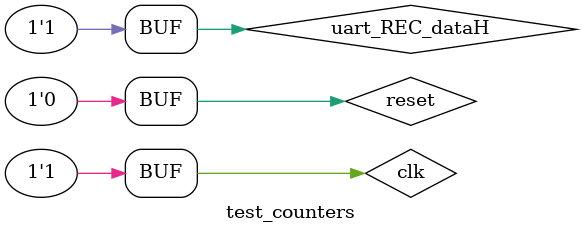
<source format=v>

`timescale 1ns / 1ps


module test_counters;

	// Inputs
	reg clk;
	reg reset;
	reg uart_REC_dataH;

	// Outputs
	wire [7:0] cntb;
	wire uart_XMIT_dataH;

	// Instantiate the Unit Under Test (UUT)
	counters uut (
		.cntb(cntb), 
		.clk(clk), 
		.reset(reset), 
		.uart_XMIT_dataH(uart_XMIT_dataH), 
		.uart_REC_dataH(uart_REC_dataH)
	);

	initial begin
		// Initialize Inputs
		reset = 1;
		uart_REC_dataH = 1;

		// Wait 100 ns for global reset to finish
		#100;
      reset = 0;
		// Add stimulus here

	end
      
	always begin
		clk = 0; #5;
		clk = 1; #5;
	end
endmodule


</source>
